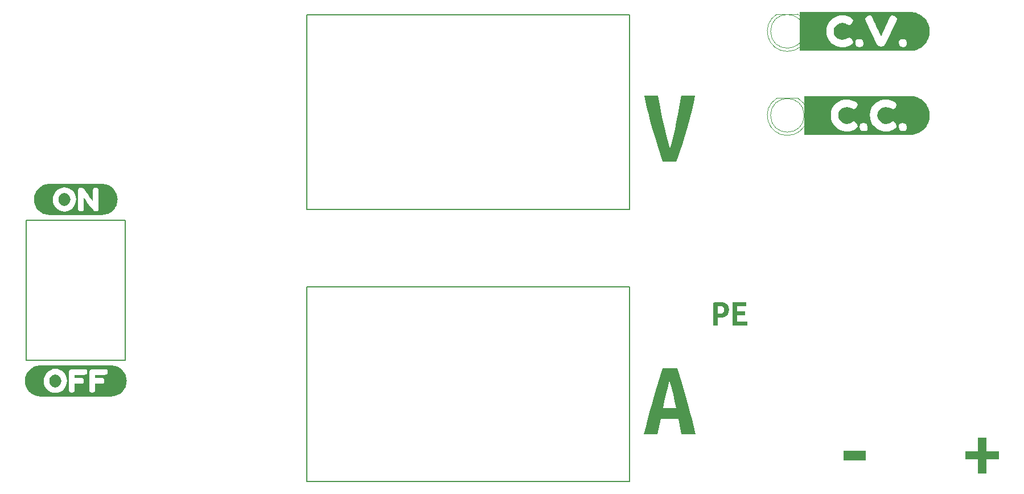
<source format=gto>
%TF.GenerationSoftware,KiCad,Pcbnew,6.0.2-378541a8eb~116~ubuntu20.04.1*%
%TF.CreationDate,2022-03-08T15:37:06-05:00*%
%TF.ProjectId,Linear_Lab_Bench_PSU_front_panel,4c696e65-6172-45f4-9c61-625f42656e63,rev?*%
%TF.SameCoordinates,Original*%
%TF.FileFunction,Legend,Top*%
%TF.FilePolarity,Positive*%
%FSLAX46Y46*%
G04 Gerber Fmt 4.6, Leading zero omitted, Abs format (unit mm)*
G04 Created by KiCad (PCBNEW 6.0.2-378541a8eb~116~ubuntu20.04.1) date 2022-03-08 15:37:06*
%MOMM*%
%LPD*%
G01*
G04 APERTURE LIST*
%ADD10C,0.150000*%
%ADD11C,0.120000*%
%ADD12C,0.200000*%
G04 APERTURE END LIST*
D10*
X101000000Y-80500000D02*
X149000000Y-80500000D01*
X101000000Y-121000000D02*
X149000000Y-121000000D01*
X149000000Y-121000000D02*
X149000000Y-92000000D01*
X149000000Y-51500000D02*
X101000000Y-51500000D01*
X149000000Y-92000000D02*
X101000000Y-92000000D01*
X101000000Y-51500000D02*
X101000000Y-80500000D01*
X149000000Y-80500000D02*
X149000000Y-51500000D01*
X101000000Y-92000000D02*
X101000000Y-121000000D01*
D11*
%TO.C,D1*%
X174045000Y-51435000D02*
X170955000Y-51435000D01*
X172499538Y-56985000D02*
G75*
G03*
X174044830Y-51435000I462J2990000D01*
G01*
X170955170Y-51435000D02*
G75*
G03*
X172500462Y-56985000I1544830J-2560000D01*
G01*
X175000000Y-53995000D02*
G75*
G03*
X175000000Y-53995000I-2500000J0D01*
G01*
%TO.C,kibuzzard-62263B3C*%
G36*
X191065450Y-63620055D02*
G01*
X191346368Y-63661725D01*
X191621849Y-63730729D01*
X191889240Y-63826403D01*
X192145966Y-63947826D01*
X192389554Y-64093827D01*
X192617658Y-64263000D01*
X192828082Y-64453718D01*
X193018800Y-64664142D01*
X193187973Y-64892246D01*
X193333974Y-65135834D01*
X193455397Y-65392560D01*
X193551071Y-65659951D01*
X193620075Y-65935432D01*
X193661745Y-66216350D01*
X193675680Y-66500000D01*
X193661745Y-66783650D01*
X193620075Y-67064568D01*
X193551071Y-67340049D01*
X193455397Y-67607440D01*
X193333974Y-67864166D01*
X193187973Y-68107754D01*
X193018800Y-68335858D01*
X192828082Y-68546282D01*
X192617658Y-68737000D01*
X192389554Y-68906173D01*
X192145966Y-69052174D01*
X191889240Y-69173597D01*
X191621849Y-69269271D01*
X191346368Y-69338275D01*
X191065450Y-69379945D01*
X190781800Y-69393880D01*
X174984720Y-69393880D01*
X174984720Y-66468250D01*
X178953470Y-66468250D01*
X178995539Y-66945294D01*
X179121745Y-67385825D01*
X179313039Y-67770000D01*
X179550370Y-68077975D01*
X179827389Y-68327213D01*
X180137745Y-68535175D01*
X180460007Y-68695513D01*
X180772745Y-68801875D01*
X181079132Y-68861406D01*
X181382345Y-68881250D01*
X181689526Y-68855850D01*
X182007820Y-68779650D01*
X182436445Y-68614550D01*
X182655520Y-68481200D01*
X182855545Y-68322450D01*
X182884936Y-68246250D01*
X183265120Y-68246250D01*
X183388945Y-68703450D01*
X183577857Y-68793938D01*
X183896945Y-68824100D01*
X184208889Y-68778063D01*
X184376370Y-68639950D01*
X184443045Y-68465325D01*
X184452570Y-68239900D01*
X184452570Y-68214500D01*
X184344620Y-67770000D01*
X184139039Y-67669988D01*
X183814395Y-67636650D01*
X183502451Y-67684275D01*
X183334970Y-67827150D01*
X183274645Y-67998600D01*
X183265120Y-68220850D01*
X183265120Y-68246250D01*
X182884936Y-68246250D01*
X182941270Y-68100200D01*
X182801570Y-67744600D01*
X182580907Y-67477900D01*
X182376120Y-67389000D01*
X182071320Y-67516000D01*
X181957020Y-67598550D01*
X181706195Y-67700150D01*
X181334720Y-67750950D01*
X180923557Y-67681100D01*
X180528270Y-67471550D01*
X180204420Y-67071500D01*
X180109170Y-66800831D01*
X180077420Y-66496825D01*
X180080404Y-66468250D01*
X184770070Y-66468250D01*
X184812139Y-66945294D01*
X184938345Y-67385825D01*
X185129639Y-67770000D01*
X185366970Y-68077975D01*
X185643989Y-68327213D01*
X185954345Y-68535175D01*
X186276607Y-68695513D01*
X186589345Y-68801875D01*
X186895732Y-68861406D01*
X187198945Y-68881250D01*
X187506126Y-68855850D01*
X187824420Y-68779650D01*
X188253045Y-68614550D01*
X188472120Y-68481200D01*
X188672145Y-68322450D01*
X188701536Y-68246250D01*
X189081720Y-68246250D01*
X189205545Y-68703450D01*
X189394457Y-68793938D01*
X189713545Y-68824100D01*
X190025489Y-68778063D01*
X190192970Y-68639950D01*
X190259645Y-68465325D01*
X190269170Y-68239900D01*
X190269170Y-68214500D01*
X190161220Y-67770000D01*
X189955639Y-67669988D01*
X189630995Y-67636650D01*
X189319051Y-67684275D01*
X189151570Y-67827150D01*
X189091245Y-67998600D01*
X189081720Y-68220850D01*
X189081720Y-68246250D01*
X188701536Y-68246250D01*
X188757870Y-68100200D01*
X188618170Y-67744600D01*
X188397507Y-67477900D01*
X188192720Y-67389000D01*
X187887920Y-67516000D01*
X187773620Y-67598550D01*
X187522795Y-67700150D01*
X187151320Y-67750950D01*
X186740157Y-67681100D01*
X186344870Y-67471550D01*
X186021020Y-67071500D01*
X185925770Y-66800831D01*
X185894020Y-66496825D01*
X185925770Y-66192819D01*
X186021020Y-65922150D01*
X186338520Y-65528450D01*
X186741745Y-65314137D01*
X187151320Y-65242700D01*
X187551370Y-65296675D01*
X187862520Y-65458600D01*
X188186370Y-65598300D01*
X188395920Y-65512575D01*
X188630870Y-65255400D01*
X188764220Y-64902975D01*
X188599120Y-64601350D01*
X188421320Y-64487050D01*
X188268920Y-64398150D01*
X187802195Y-64210825D01*
X187496601Y-64141769D01*
X187195770Y-64118750D01*
X186777375Y-64156850D01*
X186360392Y-64271150D01*
X185944820Y-64461650D01*
X185632876Y-64660881D01*
X185357445Y-64902975D01*
X185123289Y-65201425D01*
X184935170Y-65569725D01*
X184811345Y-65995969D01*
X184770070Y-66468250D01*
X180080404Y-66468250D01*
X180109170Y-66192819D01*
X180204420Y-65922150D01*
X180521920Y-65528450D01*
X180925145Y-65314137D01*
X181334720Y-65242700D01*
X181734770Y-65296675D01*
X182045920Y-65458600D01*
X182369770Y-65598300D01*
X182579320Y-65512575D01*
X182814270Y-65255400D01*
X182947620Y-64902975D01*
X182782520Y-64601350D01*
X182604720Y-64487050D01*
X182452320Y-64398150D01*
X181985595Y-64210825D01*
X181680001Y-64141769D01*
X181379170Y-64118750D01*
X180960775Y-64156850D01*
X180543792Y-64271150D01*
X180128220Y-64461650D01*
X179816276Y-64660881D01*
X179540845Y-64902975D01*
X179306689Y-65201425D01*
X179118570Y-65569725D01*
X178994745Y-65995969D01*
X178953470Y-66468250D01*
X174984720Y-66468250D01*
X174984720Y-63606120D01*
X190781800Y-63606120D01*
X191065450Y-63620055D01*
G37*
%TO.C,kibuzzard-62263B33*%
G36*
X191065450Y-51120055D02*
G01*
X191346368Y-51161725D01*
X191621849Y-51230729D01*
X191889240Y-51326403D01*
X192145966Y-51447826D01*
X192389554Y-51593827D01*
X192617658Y-51763000D01*
X192828082Y-51953718D01*
X193018800Y-52164142D01*
X193187973Y-52392246D01*
X193333974Y-52635834D01*
X193455397Y-52892560D01*
X193551071Y-53159951D01*
X193620075Y-53435432D01*
X193661745Y-53716350D01*
X193675680Y-54000000D01*
X193661745Y-54283650D01*
X193620075Y-54564568D01*
X193551071Y-54840049D01*
X193455397Y-55107440D01*
X193333974Y-55364166D01*
X193187973Y-55607754D01*
X193018800Y-55835858D01*
X192828082Y-56046282D01*
X192617658Y-56237000D01*
X192389554Y-56406173D01*
X192145966Y-56552174D01*
X191889240Y-56673597D01*
X191621849Y-56769271D01*
X191346368Y-56838275D01*
X191065450Y-56879945D01*
X190781800Y-56893880D01*
X174324320Y-56893880D01*
X174324320Y-53968250D01*
X178293070Y-53968250D01*
X178335139Y-54445294D01*
X178461345Y-54885825D01*
X178652639Y-55270000D01*
X178889970Y-55577975D01*
X179166989Y-55827213D01*
X179477345Y-56035175D01*
X179799607Y-56195513D01*
X180112345Y-56301875D01*
X180418732Y-56361406D01*
X180721945Y-56381250D01*
X181029126Y-56355850D01*
X181347420Y-56279650D01*
X181776045Y-56114550D01*
X181995120Y-55981200D01*
X182195145Y-55822450D01*
X182224536Y-55746250D01*
X182604720Y-55746250D01*
X182728545Y-56203450D01*
X182917457Y-56293938D01*
X183236545Y-56324100D01*
X183548489Y-56278063D01*
X183715970Y-56139950D01*
X183782645Y-55965325D01*
X183792170Y-55739900D01*
X183792170Y-55714500D01*
X183684220Y-55270000D01*
X183478639Y-55169988D01*
X183153995Y-55136650D01*
X182842051Y-55184275D01*
X182674570Y-55327150D01*
X182614245Y-55498600D01*
X182604720Y-55720850D01*
X182604720Y-55746250D01*
X182224536Y-55746250D01*
X182280870Y-55600200D01*
X182141170Y-55244600D01*
X181920507Y-54977900D01*
X181715720Y-54889000D01*
X181410920Y-55016000D01*
X181296620Y-55098550D01*
X181045795Y-55200150D01*
X180674320Y-55250950D01*
X180263157Y-55181100D01*
X179867870Y-54971550D01*
X179544020Y-54571500D01*
X179448770Y-54300831D01*
X179417020Y-53996825D01*
X179448770Y-53692819D01*
X179544020Y-53422150D01*
X179861520Y-53028450D01*
X180264745Y-52814137D01*
X180674320Y-52742700D01*
X181074370Y-52796675D01*
X181385520Y-52958600D01*
X181709370Y-53098300D01*
X181918920Y-53012575D01*
X182153870Y-52755400D01*
X182287220Y-52402975D01*
X182142975Y-52139450D01*
X184046170Y-52139450D01*
X184141420Y-52444250D01*
X185894020Y-56000250D01*
X186106745Y-56225675D01*
X186408370Y-56311400D01*
X186471870Y-56311400D01*
X186767145Y-56225675D01*
X186979870Y-56000250D01*
X187105056Y-55746250D01*
X189081720Y-55746250D01*
X189205545Y-56203450D01*
X189394457Y-56293938D01*
X189713545Y-56324100D01*
X190025489Y-56278063D01*
X190192970Y-56139950D01*
X190259645Y-55965325D01*
X190269170Y-55739900D01*
X190269170Y-55714500D01*
X190161220Y-55270000D01*
X189955639Y-55169988D01*
X189630995Y-55136650D01*
X189319051Y-55184275D01*
X189151570Y-55327150D01*
X189091245Y-55498600D01*
X189081720Y-55720850D01*
X189081720Y-55746250D01*
X187105056Y-55746250D01*
X188732470Y-52444250D01*
X188827720Y-52139450D01*
X188734057Y-51926725D01*
X188453070Y-51733050D01*
X188078420Y-51625100D01*
X187799020Y-51796550D01*
X187710120Y-51987050D01*
X186440120Y-54768350D01*
X186371064Y-54621506D01*
X186214695Y-54282575D01*
X186008320Y-53834106D01*
X185789245Y-53358650D01*
X185570964Y-52883194D01*
X185366970Y-52434725D01*
X185207426Y-52085475D01*
X185122495Y-51907675D01*
X185017720Y-51739400D01*
X184909770Y-51650500D01*
X184741495Y-51625100D01*
X184420820Y-51733050D01*
X184139832Y-51926725D01*
X184046170Y-52139450D01*
X182142975Y-52139450D01*
X182122120Y-52101350D01*
X181944320Y-51987050D01*
X181791920Y-51898150D01*
X181325195Y-51710825D01*
X181019601Y-51641769D01*
X180718770Y-51618750D01*
X180300375Y-51656850D01*
X179883392Y-51771150D01*
X179467820Y-51961650D01*
X179155876Y-52160881D01*
X178880445Y-52402975D01*
X178646289Y-52701425D01*
X178458170Y-53069725D01*
X178334345Y-53495969D01*
X178293070Y-53968250D01*
X174324320Y-53968250D01*
X174324320Y-51106120D01*
X190781800Y-51106120D01*
X191065450Y-51120055D01*
G37*
%TO.C,kibuzzard-62263C4A*%
G36*
X72148982Y-103703021D02*
G01*
X72373036Y-103736257D01*
X72592753Y-103791293D01*
X72806018Y-103867601D01*
X73010776Y-103964444D01*
X73205057Y-104080891D01*
X73386987Y-104215820D01*
X73554817Y-104367932D01*
X73706929Y-104535762D01*
X73841858Y-104717693D01*
X73958305Y-104911973D01*
X74055148Y-105116731D01*
X74131456Y-105329996D01*
X74186492Y-105549714D01*
X74219727Y-105773767D01*
X74230841Y-106000000D01*
X74219727Y-106226233D01*
X74186492Y-106450286D01*
X74131456Y-106670004D01*
X74055148Y-106883269D01*
X73958305Y-107088027D01*
X73841858Y-107282307D01*
X73706929Y-107464238D01*
X73554817Y-107632068D01*
X73386987Y-107784180D01*
X73205057Y-107919109D01*
X73010776Y-108035556D01*
X72806018Y-108132399D01*
X72592753Y-108208707D01*
X72373036Y-108263743D01*
X72148982Y-108296979D01*
X71922749Y-108308093D01*
X61377251Y-108308093D01*
X61151019Y-108296979D01*
X60926965Y-108263743D01*
X60707247Y-108208707D01*
X60493982Y-108132400D01*
X60289224Y-108035556D01*
X60094944Y-107919109D01*
X59913013Y-107784180D01*
X59745183Y-107632068D01*
X59593072Y-107464239D01*
X59458142Y-107282308D01*
X59341695Y-107088027D01*
X59244852Y-106883269D01*
X59168544Y-106670004D01*
X59113508Y-106450287D01*
X59080273Y-106226233D01*
X59070329Y-106023813D01*
X61889882Y-106023813D01*
X61921582Y-106373261D01*
X62016683Y-106697706D01*
X62175185Y-106997148D01*
X62397088Y-107271588D01*
X62664234Y-107500783D01*
X62958467Y-107664494D01*
X63279787Y-107762720D01*
X63628194Y-107795463D01*
X63975857Y-107762274D01*
X64294944Y-107662708D01*
X64585457Y-107496764D01*
X64791013Y-107314450D01*
X65652257Y-107314450D01*
X65680832Y-107557338D01*
X65807038Y-107693069D01*
X66071357Y-107738313D01*
X66316625Y-107706166D01*
X66442832Y-107609725D01*
X66488075Y-107485900D01*
X66495219Y-107319213D01*
X66495219Y-107314450D01*
X68685969Y-107314450D01*
X68714544Y-107557338D01*
X68840750Y-107693069D01*
X69105069Y-107738313D01*
X69350338Y-107706166D01*
X69476544Y-107609725D01*
X69521788Y-107485900D01*
X69528932Y-107319213D01*
X69528932Y-106419100D01*
X70462382Y-106419100D01*
X70705269Y-106395288D01*
X70841000Y-106265509D01*
X70886244Y-106000000D01*
X70855288Y-105753541D01*
X70762419Y-105623762D01*
X70636213Y-105578519D01*
X70467144Y-105571375D01*
X69528932Y-105571375D01*
X69528932Y-105090362D01*
X70986257Y-105090362D01*
X71155325Y-105083219D01*
X71281532Y-105040356D01*
X71381544Y-104914150D01*
X71410119Y-104671262D01*
X71381544Y-104428375D01*
X71283913Y-104299787D01*
X71160088Y-104254544D01*
X70995782Y-104247400D01*
X69119357Y-104247400D01*
X68776457Y-104335506D01*
X68685969Y-104666500D01*
X68685969Y-107314450D01*
X66495219Y-107314450D01*
X66495219Y-106419100D01*
X67428669Y-106419100D01*
X67671557Y-106395288D01*
X67807288Y-106265509D01*
X67852532Y-106000000D01*
X67821575Y-105753541D01*
X67728707Y-105623762D01*
X67602500Y-105578519D01*
X67433432Y-105571375D01*
X66495219Y-105571375D01*
X66495219Y-105090362D01*
X67952544Y-105090362D01*
X68121613Y-105083219D01*
X68247819Y-105040356D01*
X68347832Y-104914150D01*
X68376407Y-104671262D01*
X68347832Y-104428375D01*
X68250200Y-104299787D01*
X68126375Y-104254544D01*
X67962069Y-104247400D01*
X66085644Y-104247400D01*
X65742744Y-104335506D01*
X65652257Y-104666500D01*
X65652257Y-107314450D01*
X64791013Y-107314450D01*
X64847394Y-107264444D01*
X65064088Y-106984945D01*
X65218869Y-106677466D01*
X65311738Y-106342007D01*
X65342694Y-105978569D01*
X65310250Y-105616470D01*
X65212916Y-105285030D01*
X65050693Y-104984248D01*
X64823582Y-104714125D01*
X64552417Y-104491180D01*
X64258035Y-104331934D01*
X63940435Y-104236387D01*
X63599619Y-104204537D01*
X63275769Y-104237875D01*
X62961444Y-104337887D01*
X62669741Y-104496241D01*
X62413757Y-104704600D01*
X62199444Y-104965942D01*
X62032757Y-105283244D01*
X61925600Y-105641027D01*
X61889882Y-106023813D01*
X59070329Y-106023813D01*
X59069159Y-106000000D01*
X59080273Y-105773767D01*
X59113508Y-105549713D01*
X59168544Y-105329996D01*
X59244852Y-105116731D01*
X59341695Y-104911973D01*
X59458142Y-104717692D01*
X59593072Y-104535761D01*
X59745183Y-104367932D01*
X59913013Y-104215820D01*
X60094944Y-104080891D01*
X60289224Y-103964444D01*
X60493982Y-103867600D01*
X60707247Y-103791293D01*
X60926965Y-103736257D01*
X61151019Y-103703021D01*
X61377251Y-103691907D01*
X71922749Y-103691907D01*
X72148982Y-103703021D01*
G37*
G36*
X63935971Y-105112984D02*
G01*
X64225888Y-105309437D01*
X64378023Y-105503112D01*
X64469304Y-105734887D01*
X64499732Y-106004763D01*
X64469569Y-106274108D01*
X64379082Y-106504296D01*
X64228269Y-106695325D01*
X63940138Y-106888206D01*
X63618669Y-106952500D01*
X63296605Y-106886420D01*
X63006688Y-106688181D01*
X62854552Y-106494242D01*
X62763271Y-106264848D01*
X62732844Y-106000000D01*
X62763007Y-105735152D01*
X62853494Y-105505758D01*
X63004307Y-105311819D01*
X63292438Y-105113580D01*
X63613907Y-105047500D01*
X63935971Y-105112984D01*
G37*
%TO.C,kibuzzard-6225A7C7*%
G36*
X184131156Y-117820328D02*
G01*
X180868844Y-117820328D01*
X180868844Y-116379672D01*
X184131156Y-116379672D01*
X184131156Y-117820328D01*
G37*
%TO.C,kibuzzard-6225A7BC*%
G36*
X202131031Y-116498734D02*
G01*
X204000313Y-116498734D01*
X204000313Y-117701266D01*
X202131031Y-117701266D01*
X202131031Y-119772953D01*
X200868969Y-119772953D01*
X200868969Y-117701266D01*
X198999687Y-117701266D01*
X198999687Y-116498734D01*
X200868969Y-116498734D01*
X200868969Y-114427047D01*
X202131031Y-114427047D01*
X202131031Y-116498734D01*
G37*
%TO.C,kibuzzard-6225A77E*%
G36*
X166394744Y-94866525D02*
G01*
X164994569Y-94866525D01*
X164994569Y-95638844D01*
X166211388Y-95638844D01*
X166211388Y-96205581D01*
X164994569Y-96205581D01*
X164994569Y-97172369D01*
X166516981Y-97172369D01*
X166516981Y-97739106D01*
X164311150Y-97739106D01*
X164311150Y-94299787D01*
X166394744Y-94299787D01*
X166394744Y-94866525D01*
G37*
G36*
X163170884Y-94380662D02*
G01*
X163444375Y-94530372D01*
X163645017Y-94747992D01*
X163765403Y-95041547D01*
X163805531Y-95411037D01*
X163765094Y-95784232D01*
X163643783Y-96081492D01*
X163441597Y-96302816D01*
X163165328Y-96455613D01*
X162821766Y-96547291D01*
X162410912Y-96577850D01*
X162166437Y-96577850D01*
X162166437Y-97739106D01*
X161483019Y-97739106D01*
X161483019Y-95983331D01*
X162166437Y-95983331D01*
X162444250Y-95983331D01*
X162731786Y-95950688D01*
X162938756Y-95852759D01*
X163063772Y-95675654D01*
X163105444Y-95405481D01*
X163064466Y-95149199D01*
X162941534Y-94980428D01*
X162750538Y-94886666D01*
X162505369Y-94855412D01*
X162335903Y-94858191D01*
X162166437Y-94872081D01*
X162166437Y-95983331D01*
X161483019Y-95983331D01*
X161483019Y-94344237D01*
X161708047Y-94305344D01*
X161960856Y-94280341D01*
X162210887Y-94266450D01*
X162427581Y-94260894D01*
X162831953Y-94290836D01*
X163170884Y-94380662D01*
G37*
%TO.C,D2*%
X174045000Y-63935000D02*
X170955000Y-63935000D01*
X170955170Y-63935000D02*
G75*
G03*
X172500462Y-69485000I1544830J-2560000D01*
G01*
X172499538Y-69485000D02*
G75*
G03*
X174044830Y-63935000I462J2990000D01*
G01*
X175000000Y-66495000D02*
G75*
G03*
X175000000Y-66495000I-2500000J0D01*
G01*
%TO.C,kibuzzard-62263C42*%
G36*
X70794051Y-76703021D02*
G01*
X71018104Y-76736257D01*
X71237822Y-76791293D01*
X71451087Y-76867601D01*
X71655845Y-76964444D01*
X71850125Y-77080891D01*
X72032056Y-77215820D01*
X72199886Y-77367932D01*
X72351997Y-77535762D01*
X72486926Y-77717693D01*
X72603374Y-77911973D01*
X72700217Y-78116731D01*
X72776524Y-78329996D01*
X72831561Y-78549714D01*
X72864796Y-78773767D01*
X72875910Y-79000000D01*
X72864796Y-79226233D01*
X72831561Y-79450286D01*
X72776524Y-79670004D01*
X72700217Y-79883269D01*
X72603374Y-80088027D01*
X72486926Y-80282307D01*
X72351997Y-80464238D01*
X72199886Y-80632068D01*
X72032056Y-80784180D01*
X71850125Y-80919109D01*
X71655845Y-81035556D01*
X71451087Y-81132399D01*
X71237822Y-81208707D01*
X71018104Y-81263743D01*
X70794051Y-81296979D01*
X70567818Y-81308093D01*
X62732183Y-81308093D01*
X62505950Y-81296979D01*
X62281896Y-81263743D01*
X62062179Y-81208707D01*
X61848914Y-81132400D01*
X61644155Y-81035556D01*
X61449875Y-80919109D01*
X61267944Y-80784180D01*
X61100115Y-80632068D01*
X60948003Y-80464239D01*
X60813074Y-80282308D01*
X60696627Y-80088027D01*
X60599783Y-79883269D01*
X60523476Y-79670004D01*
X60468439Y-79450287D01*
X60435204Y-79226233D01*
X60425260Y-79023813D01*
X63244813Y-79023813D01*
X63276513Y-79373261D01*
X63371614Y-79697706D01*
X63530116Y-79997148D01*
X63752019Y-80271588D01*
X64019166Y-80500783D01*
X64313399Y-80664494D01*
X64634719Y-80762720D01*
X64983125Y-80795463D01*
X65330788Y-80762274D01*
X65649875Y-80662708D01*
X65940388Y-80496764D01*
X66145944Y-80314450D01*
X67007188Y-80314450D01*
X67014332Y-80481138D01*
X67059575Y-80609725D01*
X67183400Y-80706166D01*
X67421525Y-80738313D01*
X67666794Y-80706166D01*
X67793000Y-80609725D01*
X67838244Y-80485900D01*
X67845388Y-80319213D01*
X67845388Y-78752350D01*
X67978473Y-78925917D01*
X68152304Y-79154517D01*
X68366882Y-79438150D01*
X68622204Y-79776817D01*
X68918273Y-80170517D01*
X69255088Y-80619250D01*
X69374150Y-80709738D01*
X69631325Y-80738313D01*
X69876594Y-80706166D01*
X70002800Y-80609725D01*
X70048044Y-80485900D01*
X70055188Y-80319213D01*
X70055188Y-77676025D01*
X70026613Y-77433137D01*
X69967082Y-77333125D01*
X69843257Y-77275975D01*
X69624182Y-77252162D01*
X69397963Y-77280737D01*
X69262232Y-77392656D01*
X69216988Y-77656975D01*
X69216988Y-79266700D01*
X69085754Y-79094853D01*
X68917479Y-78871412D01*
X68712163Y-78596378D01*
X68469804Y-78269750D01*
X68190404Y-77891528D01*
X67873963Y-77461712D01*
X67764425Y-77337887D01*
X67647744Y-77278356D01*
X67421525Y-77252162D01*
X67188163Y-77280737D01*
X67052432Y-77392656D01*
X67007188Y-77656975D01*
X67007188Y-80314450D01*
X66145944Y-80314450D01*
X66202325Y-80264444D01*
X66419019Y-79984945D01*
X66573800Y-79677466D01*
X66666669Y-79342007D01*
X66697625Y-78978569D01*
X66665181Y-78616470D01*
X66567847Y-78285030D01*
X66405624Y-77984248D01*
X66178513Y-77714125D01*
X65907348Y-77491180D01*
X65612966Y-77331934D01*
X65295367Y-77236387D01*
X64954550Y-77204537D01*
X64630700Y-77237875D01*
X64316375Y-77337887D01*
X64024672Y-77496241D01*
X63768688Y-77704600D01*
X63554375Y-77965942D01*
X63387688Y-78283244D01*
X63280532Y-78641027D01*
X63244813Y-79023813D01*
X60425260Y-79023813D01*
X60424090Y-79000000D01*
X60435204Y-78773767D01*
X60468439Y-78549713D01*
X60523476Y-78329996D01*
X60599783Y-78116731D01*
X60696627Y-77911973D01*
X60813074Y-77717692D01*
X60948003Y-77535761D01*
X61100115Y-77367932D01*
X61267944Y-77215820D01*
X61449875Y-77080891D01*
X61644155Y-76964444D01*
X61848914Y-76867600D01*
X62062179Y-76791293D01*
X62281896Y-76736257D01*
X62505950Y-76703021D01*
X62732183Y-76691907D01*
X70567818Y-76691907D01*
X70794051Y-76703021D01*
G37*
G36*
X65290902Y-78112984D02*
G01*
X65580819Y-78309437D01*
X65732954Y-78503112D01*
X65824236Y-78734887D01*
X65854663Y-79004763D01*
X65824500Y-79274108D01*
X65734013Y-79504296D01*
X65583200Y-79695325D01*
X65295069Y-79888206D01*
X64973600Y-79952500D01*
X64651536Y-79886420D01*
X64361619Y-79688181D01*
X64209484Y-79494242D01*
X64118202Y-79264848D01*
X64087775Y-79000000D01*
X64117938Y-78735152D01*
X64208425Y-78505758D01*
X64359238Y-78311819D01*
X64647369Y-78113580D01*
X64968838Y-78047500D01*
X65290902Y-78112984D01*
G37*
%TO.C,kibuzzard-6225A745*%
G36*
X153412500Y-64410203D02*
G01*
X153579187Y-65356750D01*
X153779609Y-66380687D01*
X153999875Y-67436375D01*
X154238000Y-68500000D01*
X154492000Y-69547750D01*
X154751953Y-70533984D01*
X155007938Y-71413063D01*
X155261938Y-70545891D01*
X155515938Y-69563625D01*
X155762000Y-68515875D01*
X155992188Y-67452250D01*
X156206500Y-66394578D01*
X156404938Y-65364687D01*
X156579563Y-64412187D01*
X156722438Y-63586687D01*
X158770313Y-63586687D01*
X158557984Y-64594750D01*
X158302000Y-65713937D01*
X158004344Y-66918453D01*
X157667000Y-68182500D01*
X157420938Y-69050333D01*
X157159000Y-69928750D01*
X156881188Y-70817750D01*
X156591910Y-71702340D01*
X156295576Y-72567528D01*
X155992188Y-73413313D01*
X153976062Y-73413313D01*
X153583156Y-72246500D01*
X153166437Y-70936813D01*
X152885979Y-70016944D01*
X152616104Y-69098840D01*
X152356812Y-68182500D01*
X152111632Y-67283799D01*
X151884090Y-66418611D01*
X151674187Y-65586937D01*
X151412250Y-64475688D01*
X151229687Y-63586687D01*
X153293437Y-63586687D01*
X153412500Y-64410203D01*
G37*
D12*
%TO.C,REF\u002A\u002A*%
X59250000Y-102900000D02*
X74050000Y-102900000D01*
X59250000Y-82100000D02*
X74050000Y-82100000D01*
X74050000Y-82100000D02*
X74050000Y-102900000D01*
X59250000Y-82100000D02*
X59250000Y-102900000D01*
%TO.C,kibuzzard-6225A755*%
G36*
X153650625Y-111643188D02*
G01*
X153206125Y-113913313D01*
X151174125Y-113913313D01*
X151454160Y-112771900D01*
X151735465Y-111671763D01*
X152018040Y-110612900D01*
X152182325Y-110023938D01*
X154015750Y-110023938D01*
X155936625Y-110023938D01*
X155746125Y-109007938D01*
X155531813Y-108031625D01*
X155277813Y-107047375D01*
X154984125Y-105991687D01*
X154690437Y-107047375D01*
X154436437Y-108031625D01*
X154214187Y-109007938D01*
X154015750Y-110023938D01*
X152182325Y-110023938D01*
X152301885Y-109595313D01*
X152587000Y-108619000D01*
X152941211Y-107439785D01*
X153289469Y-106291328D01*
X153631773Y-105173629D01*
X153968125Y-104086687D01*
X156095375Y-104086687D01*
X156444129Y-105182559D01*
X156791891Y-106311172D01*
X157138660Y-107472527D01*
X157484438Y-108666625D01*
X157759075Y-109651193D01*
X158030538Y-110668145D01*
X158298825Y-111717483D01*
X158563938Y-112799205D01*
X158825875Y-113913313D01*
X156730375Y-113913313D01*
X156270000Y-111643188D01*
X153650625Y-111643188D01*
G37*
%TD*%
M02*

</source>
